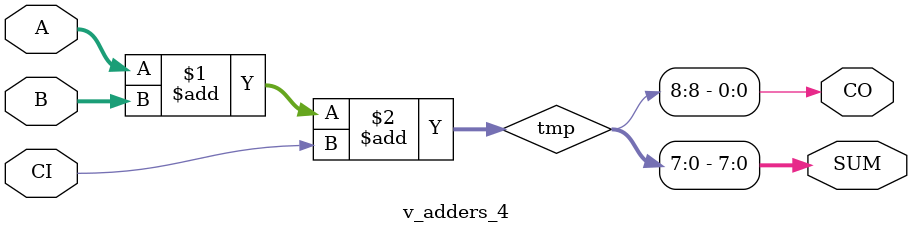
<source format=v>
module v_adders_4(A, B, CI, SUM, CO);

    parameter  WIDTH = 8;
    input   [WIDTH-1:0] A;
    input   [WIDTH-1:0] B;
    input               CI;
    output  [WIDTH-1:0] SUM;
    output              CO;
    wire    [WIDTH:0]   tmp;

    assign tmp = A + B + CI;
    assign SUM = tmp [WIDTH-1:0];
    assign CO  = tmp [WIDTH];

endmodule

</source>
